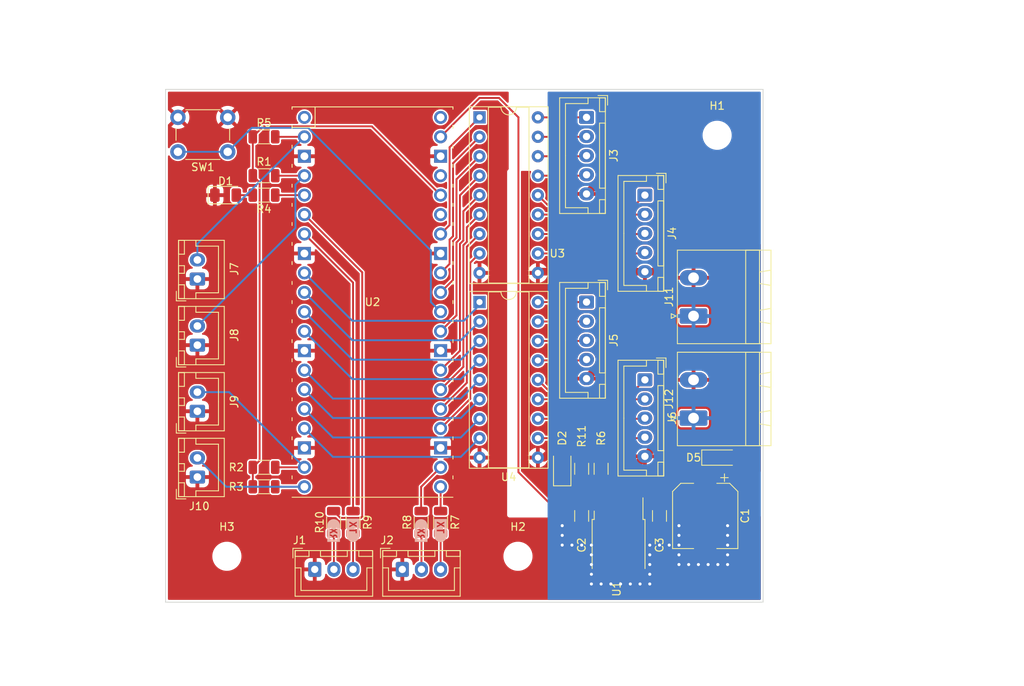
<source format=kicad_pcb>
(kicad_pcb (version 20221018) (generator pcbnew)
  (title_block (comment 4 "AISLER Project ID: WFMUZJKI"))
  (layers (0 "F.Cu" signal) (31 "B.Cu" signal) (34 "B.Paste" user) (35 "F.Paste" user) (36 "B.SilkS" user "B.Silkscreen") (37 "F.SilkS" user "F.Silkscreen") (38 "B.Mask" user) (39 "F.Mask" user) (44 "Edge.Cuts" user))
  (net 0 "")
  (net 1 "+12V")
  (net 2 "GND")
  (net 3 "+5V")
  (net 4 "Net-(D1-A)")
  (net 5 "Net-(D2-A)")
  (net 6 "/MOTOR_A_PHASE_A")
  (net 7 "/MOTOR_A_PHASE_B")
  (net 8 "/MOTOR_A_PHASE_C")
  (net 9 "/MOTOR_A_PHASE_D")
  (net 10 "/MOTOR_B_PHASE_A")
  (net 11 "/MOTOR_B_PHASE_B")
  (net 12 "/MOTOR_B_PHASE_C")
  (net 13 "/MOTOR_B_PHASE_D")
  (net 14 "/MOTOR_C_PHASE_A")
  (net 15 "/MOTOR_C_PHASE_B")
  (net 16 "/MOTOR_C_PHASE_C")
  (net 17 "/MOTOR_C_PHASE_D")
  (net 18 "/MOTOR_D_PHASE_A")
  (net 19 "/MOTOR_D_PHASE_B")
  (net 20 "/MOTOR_D_PHASE_C")
  (net 21 "/MOTOR_D_PHASE_D")
  (net 22 "/UART_RL_RX")
  (net 23 "/UART_RL_TX")
  (net 24 "/UART_LR_RX")
  (net 25 "/LED")
  (net 26 "/MOTOR_A_PHASE_A_P")
  (net 27 "/MOTOR_A_PHASE_B_P")
  (net 28 "/MOTOR_A_PHASE_C_P")
  (net 29 "/SENSOR_A")
  (net 30 "/SENSOR_B")
  (net 31 "/SENSOR_C")
  (net 32 "/SENSOR_D")
  (net 33 "/MOTOR_A_PHASE_D_P")
  (net 34 "/MOTOR_B_PHASE_A_P")
  (net 35 "/MOTOR_B_PHASE_B_P")
  (net 36 "/MOTOR_B_PHASE_C_P")
  (net 37 "/MOTOR_B_PHASE_D_P")
  (net 38 "/MOTOR_C_PHASE_A_P")
  (net 39 "/MOTOR_C_PHASE_B_P")
  (net 40 "/MOTOR_C_PHASE_C_P")
  (net 41 "/MOTOR_C_PHASE_D_P")
  (net 42 "/MOTOR_D_PHASE_A_P")
  (net 43 "/MOTOR_D_PHASE_B_P")
  (net 44 "/MOTOR_D_PHASE_C_P")
  (net 45 "/MOTOR_D_PHASE_D_P")
  (net 46 "Net-(J1-Pin_2)")
  (net 47 "Net-(J1-Pin_3)")
  (net 48 "Net-(J2-Pin_2)")
  (net 49 "Net-(J2-Pin_3)")
  (net 50 "/UART_LR_TX")
  (net 51 "/RUN")
  (net 52 "+3.3V")
  (net 57 "VCC")
  (net 58 "Net-(R11-Pad1)")
  (footprint "Connector_JST:JST_XH_B3B-XH-A_1x03_P2.50mm_Vertical" (layer "F.Cu") (at 72.47 132.715)
    (fp_text reference "J1" (at -1.985 -3.81) (layer "F.SilkS"))
    (fp_text value "UART_RL")
    (pad "1" thru_hole roundrect (at 0 0) (size 1.7 1.95) (drill 0.95) (layers "*.Cu" "*.Mask") (roundrect_rratio 0.1470588235) (net 2 "GND"))
    (pad "2" thru_hole oval (at 2.5 0) (size 1.7 1.95) (drill 0.95) (layers "*.Cu" "*.Mask") (net 46 "Net-(J1-Pin_2)"))
    (pad "3" thru_hole oval (at 5 0) (size 1.7 1.95) (drill 0.95) (layers "*.Cu" "*.Mask") (net 47 "Net-(J1-Pin_3)"))
  )
  (footprint "Connector_JST:JST_XH_B5B-XH-A_1x05_P2.50mm_Vertical" (layer "F.Cu") (at 107.95 97.79 -90)
    (fp_text reference "J5" (at 5 -3.55 90) (layer "F.SilkS"))
    (fp_text value "MOTOR C")
    (pad "1" thru_hole roundrect (at 0 0 270) (size 1.7 1.95) (drill 0.95) (layers "*.Cu" "*.Mask") (roundrect_rratio 0.1470588235) (net 14 "/MOTOR_C_PHASE_A"))
    (pad "2" thru_hole oval (at 2.5 0 270) (size 1.7 1.95) (drill 0.95) (layers "*.Cu" "*.Mask") (net 15 "/MOTOR_C_PHASE_B"))
    (pad "3" thru_hole oval (at 5 0 270) (size 1.7 1.95) (drill 0.95) (layers "*.Cu" "*.Mask") (net 16 "/MOTOR_C_PHASE_C"))
    (pad "4" thru_hole oval (at 7.5 0 270) (size 1.7 1.95) (drill 0.95) (layers "*.Cu" "*.Mask") (net 17 "/MOTOR_C_PHASE_D"))
    (pad "5" thru_hole oval (at 10 0 270) (size 1.7 1.95) (drill 0.95) (layers "*.Cu" "*.Mask") (net 1 "+12V"))
  )
  (footprint "Resistor_SMD:R_1206_3216Metric" (layer "F.Cu") (at 77.47 126.5575 90)
    (fp_text reference "R9" (at 0 1.905 90) (layer "F.SilkS"))
    (fp_text value "470")
    (pad "1" smd roundrect (at -1.4625 0 90) (size 1.125 1.75) (layers "F.Cu" "F.Paste" "F.Mask") (roundrect_rratio 0.2222222222) (net 47 "Net-(J1-Pin_3)"))
    (pad "2" smd roundrect (at 1.4625 0 90) (size 1.125 1.75) (layers "F.Cu" "F.Paste" "F.Mask") (roundrect_rratio 0.2222222222) (net 22 "/UART_RL_RX"))
  )
  (footprint "MountingHole:MountingHole_3.2mm_M3_ISO7380" (layer "F.Cu") (at 125 76)
    (fp_text reference "H1" (at 0 -3.85) (layer "F.SilkS"))
    (fp_text value "MountingHole")
    (pad "" np_thru_hole circle (at 0 0) (size 3.2 3.2) (drill 3.2) (layers "*.Cu" "*.Mask"))
  )
  (footprint "Package_DIP:DIP-18_W7.62mm_Socket" (layer "F.Cu") (at 93.98 97.79)
    (fp_text reference "U4" (at 3.81 22.86) (layer "F.SilkS"))
    (fp_text value "ULN2803A")
    (pad "1" thru_hole rect (at 0 0) (size 1.6 1.6) (drill 0.8) (layers "*.Cu" "*.Mask") (net 38 "/MOTOR_C_PHASE_A_P"))
    (pad "2" thru_hole oval (at 0 2.54) (size 1.6 1.6) (drill 0.8) (layers "*.Cu" "*.Mask") (net 39 "/MOTOR_C_PHASE_B_P"))
    (pad "3" thru_hole oval (at 0 5.08) (size 1.6 1.6) (drill 0.8) (layers "*.Cu" "*.Mask") (net 40 "/MOTOR_C_PHASE_C_P"))
    (pad "4" thru_hole oval (at 0 7.62) (size 1.6 1.6) (drill 0.8) (layers "*.Cu" "*.Mask") (net 41 "/MOTOR_C_PHASE_D_P"))
    (pad "5" thru_hole oval (at 0 10.16) (size 1.6 1.6) (drill 0.8) (layers "*.Cu" "*.Mask") (net 42 "/MOTOR_D_PHASE_A_P"))
    (pad "6" thru_hole oval (at 0 12.7) (size 1.6 1.6) (drill 0.8) (layers "*.Cu" "*.Mask") (net 43 "/MOTOR_D_PHASE_B_P"))
    (pad "7" thru_hole oval (at 0 15.24) (size 1.6 1.6) (drill 0.8) (layers "*.Cu" "*.Mask") (net 44 "/MOTOR_D_PHASE_C_P"))
    (pad "8" thru_hole oval (at 0 17.78) (size 1.6 1.6) (drill 0.8) (layers "*.Cu" "*.Mask") (net 45 "/MOTOR_D_PHASE_D_P"))
    (pad "9" thru_hole oval (at 0 20.32) (size 1.6 1.6) (drill 0.8) (layers "*.Cu" "*.Mask") (net 2 "GND"))
    (pad "10" thru_hole oval (at 7.62 20.32) (size 1.6 1.6) (drill 0.8) (layers "*.Cu" "*.Mask") (net 1 "+12V"))
    (pad "11" thru_hole oval (at 7.62 17.78) (size 1.6 1.6) (drill 0.8) (layers "*.Cu" "*.Mask") (net 21 "/MOTOR_D_PHASE_D"))
    (pad "12" thru_hole oval (at 7.62 15.24) (size 1.6 1.6) (drill 0.8) (layers "*.Cu" "*.Mask") (net 20 "/MOTOR_D_PHASE_C"))
    (pad "13" thru_hole oval (at 7.62 12.7) (size 1.6 1.6) (drill 0.8) (layers "*.Cu" "*.Mask") (net 19 "/MOTOR_D_PHASE_B"))
    (pad "14" thru_hole oval (at 7.62 10.16) (size 1.6 1.6) (drill 0.8) (layers "*.Cu" "*.Mask") (net 18 "/MOTOR_D_PHASE_A"))
    (pad "15" thru_hole oval (at 7.62 7.62) (size 1.6 1.6) (drill 0.8) (layers "*.Cu" "*.Mask") (net 17 "/MOTOR_C_PHASE_D"))
    (pad "16" thru_hole oval (at 7.62 5.08) (size 1.6 1.6) (drill 0.8) (layers "*.Cu" "*.Mask") (net 16 "/MOTOR_C_PHASE_C"))
    (pad "17" thru_hole oval (at 7.62 2.54) (size 1.6 1.6) (drill 0.8) (layers "*.Cu" "*.Mask") (net 15 "/MOTOR_C_PHASE_B"))
    (pad "18" thru_hole oval (at 7.62 0) (size 1.6 1.6) (drill 0.8) (layers "*.Cu" "*.Mask") (net 14 "/MOTOR_C_PHASE_A"))
  )
  (footprint "Connector_JST:JST_XH_B2B-XH-A_1x02_P2.50mm_Vertical" (layer "F.Cu") (at 57.15 112.054 90)
    (fp_text reference "J9" (at 1.25 4.826 90) (layer "F.SilkS"))
    (fp_text value "Sense C")
    (pad "1" thru_hole roundrect (at 0 0 90) (size 1.7 2) (drill 1) (layers "*.Cu" "*.Mask") (roundrect_rratio 0.1470588235) (net 2 "GND"))
    (pad "2" thru_hole oval (at 2.5 0 90) (size 1.7 2) (drill 1) (layers "*.Cu" "*.Mask") (net 31 "/SENSOR_C"))
  )
  (footprint "Connector_Phoenix_MSTB:PhoenixContact_MSTBA_2,5_2-G_1x02_P5.00mm_Horizontal" (layer "F.Cu") (at 121.92 112.95 90)
    (fp_text reference "J12" (at 2.5 -3.2 90) (layer "F.SilkS"))
    (fp_text value "Power")
    (pad "1" thru_hole roundrect (at 0 0 90) (size 2 3.6) (drill 1.4) (layers "*.Cu" "*.Mask") (roundrect_rratio 0.125) (net 2 "GND"))
    (pad "2" thru_hole oval (at 5 0 90) (size 2 3.6) (drill 1.4) (layers "*.Cu" "*.Mask") (net 57 "VCC"))
  )
  (footprint "Capacitor_SMD:C_1206_3216Metric" (layer "F.Cu") (at 107.315 125.73 -90)
    (fp_text reference "C2" (at 3.81 0 90) (layer "F.SilkS"))
    (fp_text value "0.1uF")
    (pad "1" smd roundrect (at -1.475 0 270) (size 1.15 1.8) (layers "F.Cu" "F.Paste" "F.Mask") (roundrect_rratio 0.2173913043) (net 3 "+5V"))
    (pad "2" smd roundrect (at 1.475 0 270) (size 1.15 1.8) (layers "F.Cu" "F.Paste" "F.Mask") (roundrect_rratio 0.2173913043) (net 2 "GND"))
  )
  (footprint "Resistor_SMD:R_1206_3216Metric" (layer "F.Cu") (at 65.8475 121.92)
    (fp_text reference "R3" (at -3.6175 0) (layer "F.SilkS"))
    (fp_text value "47k")
    (pad "1" smd roundrect (at -1.4625 0) (size 1.125 1.75) (layers "F.Cu" "F.Paste" "F.Mask") (roundrect_rratio 0.2222222222) (net 52 "+3.3V"))
    (pad "2" smd roundrect (at 1.4625 0) (size 1.125 1.75) (layers "F.Cu" "F.Paste" "F.Mask") (roundrect_rratio 0.2222222222) (net 32 "/SENSOR_D"))
  )
  (footprint "Resistor_SMD:R_1206_3216Metric" (layer "F.Cu") (at 65.8475 81.28)
    (fp_text reference "R1" (at 0 -1.82) (layer "F.SilkS"))
    (fp_text value "47k")
    (pad "1" smd roundrect (at -1.4625 0) (size 1.125 1.75) (layers "F.Cu" "F.Paste" "F.Mask") (roundrect_rratio 0.2222222222) (net 52 "+3.3V"))
    (pad "2" smd roundrect (at 1.4625 0) (size 1.125 1.75) (layers "F.Cu" "F.Paste" "F.Mask") (roundrect_rratio 0.2222222222) (net 30 "/SENSOR_B"))
  )
  (footprint "Package_DIP:DIP-18_W7.62mm_Socket" (layer "F.Cu") (at 93.98 73.66)
    (fp_text reference "U3" (at 10.16 17.78) (layer "F.SilkS"))
    (fp_text value "ULN2803A")
    (pad "1" thru_hole rect (at 0 0) (size 1.6 1.6) (drill 0.8) (layers "*.Cu" "*.Mask") (net 26 "/MOTOR_A_PHASE_A_P"))
    (pad "2" thru_hole oval (at 0 2.54) (size 1.6 1.6) (drill 0.8) (layers "*.Cu" "*.Mask") (net 27 "/MOTOR_A_PHASE_B_P"))
    (pad "3" thru_hole oval (at 0 5.08) (size 1.6 1.6) (drill 0.8) (layers "*.Cu" "*.Mask") (net 28 "/MOTOR_A_PHASE_C_P"))
    (pad "4" thru_hole oval (at 0 7.62) (size 1.6 1.6) (drill 0.8) (layers "*.Cu" "*.Mask") (net 33 "/MOTOR_A_PHASE_D_P"))
    (pad "5" thru_hole oval (at 0 10.16) (size 1.6 1.6) (drill 0.8) (layers "*.Cu" "*.Mask") (net 34 "/MOTOR_B_PHASE_A_P"))
    (pad "6" thru_hole oval (at 0 12.7) (size 1.6 1.6) (drill 0.8) (layers "*.Cu" "*.Mask") (net 35 "/MOTOR_B_PHASE_B_P"))
    (pad "7" thru_hole oval (at 0 15.24) (size 1.6 1.6) (drill 0.8) (layers "*.Cu" "*.Mask") (net 36 "/MOTOR_B_PHASE_C_P"))
    (pad "8" thru_hole oval (at 0 17.78) (size 1.6 1.6) (drill 0.8) (layers "*.Cu" "*.Mask") (net 37 "/MOTOR_B_PHASE_D_P"))
    (pad "9" thru_hole oval (at 0 20.32) (size 1.6 1.6) (drill 0.8) (layers "*.Cu" "*.Mask") (net 2 "GND"))
    (pad "10" thru_hole oval (at 7.62 20.32) (size 1.6 1.6) (drill 0.8) (layers "*.Cu" "*.Mask") (net 1 "+12V"))
    (pad "11" thru_hole oval (at 7.62 17.78) (size 1.6 1.6) (drill 0.8) (layers "*.Cu" "*.Mask") (net 13 "/MOTOR_B_PHASE_D"))
    (pad "12" thru_hole oval (at 7.62 15.24) (size 1.6 1.6) (drill 0.8) (layers "*.Cu" "*.Mask") (net 12 "/MOTOR_B_PHASE_C"))
    (pad "13" thru_hole oval (at 7.62 12.7) (size 1.6 1.6) (drill 0.8) (layers "*.Cu" "*.Mask") (net 11 "/MOTOR_B_PHASE_B"))
    (pad "14" thru_hole oval (at 7.62 10.16) (size 1.6 1.6) (drill 0.8) (layers "*.Cu" "*.Mask") (net 10 "/MOTOR_B_PHASE_A"))
    (pad "15" thru_hole oval (at 7.62 7.62) (size 1.6 1.6) (drill 0.8) (layers "*.Cu" "*.Mask") (net 9 "/MOTOR_A_PHASE_D"))
    (pad "16" thru_hole oval (at 7.62 5.08) (size 1.6 1.6) (drill 0.8) (layers "*.Cu" "*.Mask") (net 8 "/MOTOR_A_PHASE_C"))
    (pad "17" thru_hole oval (at 7.62 2.54) (size 1.6 1.6) (drill 0.8) (layers "*.Cu" "*.Mask") (net 7 "/MOTOR_A_PHASE_B"))
    (pad "18" thru_hole oval (at 7.62 0) (size 1.6 1.6) (drill 0.8) (layers "*.Cu" "*.Mask") (net 6 "/MOTOR_A_PHASE_A"))
  )
  (footprint "Button_Switch_THT:SW_PUSH_6mm" (layer "F.Cu") (at 61.11 78.16 180)
    (fp_text reference "SW1" (at 3.25 -2) (layer "F.SilkS"))
    (fp_text value "RUN")
    (pad "1" thru_hole circle (at 0 0 270) (size 2 2) (drill 1.1) (layers "*.Cu" "*.Mask") (net 51 "/RUN"))
    (pad "1" thru_hole circle (at 6.5 0 270) (size 2 2) (drill 1.1) (layers "*.Cu" "*.Mask") (net 51 "/RUN"))
    (pad "2" thru_hole circle (at 0 4.5 270) (size 2 2) (drill 1.1) (layers "*.Cu" "*.Mask") (net 2 "GND"))
    (pad "2" thru_hole circle (at 6.5 4.5 270) (size 2 2) (drill 1.1) (layers "*.Cu" "*.Mask") (net 2 "GND"))
  )
  (footprint "Connector_JST:JST_XH_B2B-XH-A_1x02_P2.50mm_Vertical" (layer "F.Cu") (at 57.15 94.782 90)
    (fp_text reference "J7" (at 1.31 4.826 90) (layer "F.SilkS"))
    (fp_text value "Sense A")
    (pad "1" thru_hole roundrect (at 0 0 90) (size 1.7 2) (drill 1) (layers "*.Cu" "*.Mask") (roundrect_rratio 0.1470588235) (net 2 "GND"))
    (pad "2" thru_hole oval (at 2.5 0 90) (size 1.7 2) (drill 1) (layers "*.Cu" "*.Mask") (net 29 "/SENSOR_A"))
  )
  (footprint "Connector_JST:JST_XH_B5B-XH-A_1x05_P2.50mm_Vertical" (layer "F.Cu") (at 115.57 107.95 -90)
    (fp_text reference "J6" (at 5 -3.55 90) (layer "F.SilkS"))
    (fp_text value "MOTOR D")
    (pad "1" thru_hole roundrect (at 0 0 270) (size 1.7 1.95) (drill 0.95) (layers "*.Cu" "*.Mask") (roundrect_rratio 0.1470588235) (net 18 "/MOTOR_D_PHASE_A"))
    (pad "2" thru_hole oval (at 2.5 0 270) (size 1.7 1.95) (drill 0.95) (layers "*.Cu" "*.Mask") (net 19 "/MOTOR_D_PHASE_B"))
    (pad "3" thru_hole oval (at 5 0 270) (size 1.7 1.95) (drill 0.95) (layers "*.Cu" "*.Mask") (net 20 "/MOTOR_D_PHASE_C"))
    (pad "4" thru_hole oval (at 7.5 0 270) (size 1.7 1.95) (drill 0.95) (layers "*.Cu" "*.Mask") (net 21 "/MOTOR_D_PHASE_D"))
    (pad "5" thru_hole oval (at 10 0 270) (size 1.7 1.95) (drill 0.95) (layers "*.Cu" "*.Mask") (net 1 "+12V"))
  )
  (footprint "MountingHole:MountingHole_3.2mm_M3_ISO7380" (layer "F.Cu") (at 61 131)
    (fp_text reference "H3" (at 0 -3.85) (layer "F.SilkS"))
    (fp_text value "MountingHole")
    (pad "" np_thru_hole circle (at 0 0) (size 3.2 3.2) (drill 3.2) (layers "*.Cu" "*.Mask"))
  )
  (footprint "Diode_SMD:D_SOD-123" (layer "F.Cu") (at 125.35 118.11)
    (fp_text reference "D5" (at -3.43 0) (layer "F.SilkS"))
    (fp_text value "B5819W")
    (pad "1" smd roundrect (at -1.65 0) (size 0.9 1.2) (layers "F.Cu" "F.Paste" "F.Mask") (net 1 "+12V"))
    (pad "2" smd roundrect (at 1.65 0) (size 0.9 1.2) (layers "F.Cu" "F.Paste" "F.Mask") (net 57 "VCC"))
  )
  (footprint "Connector_JST:JST_XH_B5B-XH-A_1x05_P2.50mm_Vertical" (layer "F.Cu") (at 115.57 83.82 -90)
    (fp_text reference "J4" (at 5 -3.55 90) (layer "F.SilkS"))
    (fp_text value "MOTOR B")
    (pad "1" thru_hole roundrect (at 0 0 270) (size 1.7 1.95) (drill 0.95) (layers "*.Cu" "*.Mask") (roundrect_rratio 0.1470588235) (net 10 "/MOTOR_B_PHASE_A"))
    (pad "2" thru_hole oval (at 2.5 0 270) (size 1.7 1.95) (drill 0.95) (layers "*.Cu" "*.Mask") (net 11 "/MOTOR_B_PHASE_B"))
    (pad "3" thru_hole oval (at 5 0 270) (size 1.7 1.95) (drill 0.95) (layers "*.Cu" "*.Mask") (net 12 "/MOTOR_B_PHASE_C"))
    (pad "4" thru_hole oval (at 7.5 0 270) (size 1.7 1.95) (drill 0.95) (layers "*.Cu" "*.Mask") (net 13 "/MOTOR_B_PHASE_D"))
    (pad "5" thru_hole oval (at 10 0 270) (size 1.7 1.95) (drill 0.95) (layers "*.Cu" "*.Mask") (net 1 "+12V"))
  )
  (footprint "Resistor_SMD:R_1206_3216Metric" (layer "F.Cu") (at 109.855 119.5725 -90)
    (fp_text reference "R6" (at -4.0025 0 90) (layer "F.SilkS"))
    (fp_text value "1.2k")
    (pad "1" smd roundrect (at -1.4625 0 270) (size 1.125 1.75) (layers "F.Cu" "F.Paste" "F.Mask") (roundrect_rratio 0.2222222222) (net 1 "+12V"))
    (pad "2" smd roundrect (at 1.4625 0 270) (size 1.125 1.75) (layers "F.Cu" "F.Paste" "F.Mask") (roundrect_rratio 0.2222222222) (net 58 "Net-(R11-Pad1)"))
  )
  (footprint "Connector_JST:JST_XH_B2B-XH-A_1x02_P2.50mm_Vertical" (layer "F.Cu") (at 57.15 120.65 90)
    (fp_text reference "J10" (at -3.81 0.254 180) (layer "F.SilkS"))
    (fp_text value "Sense D")
    (pad "1" thru_hole roundrect (at 0 0 90) (size 1.7 2) (drill 1) (layers "*.Cu" "*.Mask") (roundrect_rratio 0.1470588235) (net 2 "GND"))
    (pad "2" thru_hole oval (at 2.5 0 90) (size 1.7 2) (drill 1) (layers "*.Cu" "*.Mask") (net 32 "/SENSOR_D"))
  )
  (footprint "Resistor_SMD:R_1206_3216Metric" (layer "F.Cu") (at 88.9 126.5575 90)
    (fp_text reference "R7" (at 0 1.905 90) (layer "F.SilkS"))
    (fp_text value "470")
    (pad "1" smd roundrect (at -1.4625 0 90) (size 1.125 1.75) (layers "F.Cu" "F.Paste" "F.Mask") (roundrect_rratio 0.2222222222) (net 49 "Net-(J2-Pin_3)"))
    (pad "2" smd roundrect (at 1.4625 0 90) (size 1.125 1.75) (layers "F.Cu" "F.Paste" "F.Mask") (roundrect_rratio 0.2222222222) (net 50 "/UART_LR_TX"))
  )
  (footprint "Package_TO_SOT_SMD:TO-252-2" (layer "F.Cu") (at 112.135 129.5 -90)
    (fp_text reference "U1" (at 5.764 0.254 90) (layer "F.SilkS"))
    (fp_text value "MC7805BDTG")
    (pad "1" smd roundrect (at -5.04 -2.28 270) (size 2.2 1.2) (layers "F.Cu" "F.Paste" "F.Mask") (roundrect_rratio 0.2083333333) (net 1 "+12V"))
    (pad "2" smd roundrect (at -0.415 -1.525 270) (size 3.05 2.75) (layers "F.Cu" "F.Paste") (roundrect_rratio 0.09090909091) (net 2 "GND"))
    (pad "2" smd roundrect (at -0.415 1.525 270) (size 3.05 2.75) (layers "F.Cu" "F.Paste") (roundrect_rratio 0.09090909091) (net 2 "GND"))
    (pad "2" smd roundrect (at 1.26 0 270) (size 6.4 5.8) (layers "F.Cu" "F.Mask") (roundrect_rratio 0.04310293103) (net 2 "GND"))
    (pad "2" smd roundrect (at 2.935 -1.525 270) (size 3.05 2.75) (layers "F.Cu" "F.Paste") (roundrect_rratio 0.09090909091) (net 2 "GND"))
    (pad "2" smd roundrect (at 2.935 1.525 270) (size 3.05 2.75) (layers "F.Cu" "F.Paste") (roundrect_rratio 0.09090909091) (net 2 "GND"))
    (pad "3" smd roundrect (at -5.04 2.28 270) (size 2.2 1.2) (layers "F.Cu" "F.Paste" "F.Mask") (roundrect_rratio 0.2083333333) (net 3 "+5V"))
  )
  (footprint "Resistor_SMD:R_1206_3216Metric" (layer "F.Cu") (at 65.8475 76.2)
    (fp_text reference "R5" (at 0 -1.82) (layer "F.SilkS"))
    (fp_text value "47k")
    (pad "1" smd roundrect (at -1.4625 0) (size 1.125 1.75) (layers "F.Cu" "F.Paste" "F.Mask") (roundrect_rratio 0.2222222222) (net 52 "+3.3V"))
    (pad "2" smd roundrect (at 1.4625 0) (size 1.125 1.75) (layers "F.Cu" "F.Paste" "F.Mask") (roundrect_rratio 0.2222222222) (net 29 "/SENSOR_A"))
  )
  (footprint "Resistor_SMD:R_1206_3216Metric" (layer "F.Cu") (at 107.315 119.5725 90)
    (fp_text reference "R11" (at 4.2525 0 90) (layer "F.SilkS"))
    (fp_text value "1.2k")
    (pad "1" smd roundrect (at -1.4625 0 90) (size 1.125 1.75) (layers "F.Cu" "F.Paste" "F.Mask") (roundrect_rratio 0.2222222222) (net 58 "Net-(R11-Pad1)"))
    (pad "2" smd roundrect (at 1.4625 0 90) (size 1.125 1.75) (layers "F.Cu" "F.Paste" "F.Mask") (roundrect_rratio 0.2222222222) (net 5 "Net-(D2-A)"))
  )
  (footprint "Connector_JST:JST_XH_B2B-XH-A_1x02_P2.50mm_Vertical" (layer "F.Cu") (at 57.15 103.418 90)
    (fp_text reference "J8" (at 1.31 4.826 90) (layer "F.SilkS"))
    (fp_text value "Sense B")
    (pad "1" thru_hole roundrect (at 0 0 90) (size 1.7 2) (drill 1) (layers "*.Cu" "*.Mask") (roundrect_rratio 0.1470588235) (net 2 "GND"))
    (pad "2" thru_hole oval (at 2.5 0 90) (size 1.7 2) (drill 1) (layers "*.Cu" "*.Mask") (net 30 "/SENSOR_B"))
  )
  (footprint "LED_SMD:LED_1206_3216Metric" (layer "F.Cu") (at 104.775 119.51 90)
    (fp_text reference "D2" (at 3.94 0 90) (layer "F.SilkS"))
    (fp_text value "LED")
    (pad "1" smd roundrect (at -1.4 0 90) (size 1.25 1.75) (layers "F.Cu" "F.Paste" "F.Mask") (roundrect_rratio 0.2) (net 2 "GND"))
    (pad "2" smd roundrect (at 1.4 0 90) (size 1.25 1.75) (layers "F.Cu" "F.Paste" "F.Mask") (roundrect_rratio 0.2) (net 5 "Net-(D2-A)"))
  )
  (footprint "Connector_JST:JST_XH_B3B-XH-A_1x03_P2.50mm_Vertical" (layer "F.Cu") (at 83.9 132.715)
    (fp_text reference "J2" (at -1.985 -3.81) (layer "F.SilkS"))
    (fp_text value "UART_LR")
    (pad "1" thru_hole roundrect (at 0 0) (size 1.7 1.95) (drill 0.95) (layers "*.Cu" "*.Mask") (roundrect_rratio 0.1470588235) (net 2 "GND"))
    (pad "2" thru_hole oval (at 2.5 0) (size 1.7 1.95) (drill 0.95) (layers "*.Cu" "*.Mask") (net 48 "Net-(J2-Pin_2)"))
    (pad "3" thru_hole oval (at 5 0) (size 1.7 1.95) (drill 0.95) (layers "*.Cu" "*.Mask") (net 49 "Net-(J2-Pin_3)"))
  )
  (footprint "Library:RPi_PicoW_SMD_TH" (layer "F.Cu") (at 80.01 97.79)
    (fp_text reference "U2" (at 0 0) (layer "F.SilkS"))
    (fp_text value "PicoW")
    (pad "1" thru_hole oval (at -8.89 -24.13) (size 1.7 1.7) (drill 1.02) (layers "*.Cu" "*.Mask"))
    (pad "2" thru_hole oval (at -8.89 -21.59) (size 1.7 1.7) (drill 1.02) (layers "*.Cu" "*.Mask") (net 29 "/SENSOR_A"))
    (pad "3" thru_hole rect (at -8.89 -19.05) (size 1.7 1.7) (drill 1.02) (layers "*.Cu" "*.Mask") (net 2 "GND"))
    (pad "4" thru_hole oval (at -8.89 -16.51) (size 1.7 1.7) (drill 1.02) (layers "*.Cu" "*.Mask") (net 30 "/SENSOR_B"))
    (pad "5" thru_hole oval (at -8.89 -13.97) (size 1.7 1.7) (drill 1.02) (layers "*.Cu" "*.Mask") (net 25 "/LED"))
    (pad "6" thru_hole oval (at -8.89 -11.43) (size 1.7 1.7) (drill 1.02) (layers "*.Cu" "*.Mask") (net 23 "/UART_RL_TX"))
    (pad "7" thru_hole oval (at -8.89 -8.89) (size 1.7 1.7) (drill 1.02) (layers "*.Cu" "*.Mask") (net 22 "/UART_RL_RX"))
    (pad "8" thru_hole rect (at -8.89 -6.35) (size 1.7 1.7) (drill 1.02) (layers "*.Cu" "*.Mask") (net 2 "GND"))
    (pad "9" thru_hole oval (at -8.89 -3.81) (size 1.7 1.7) (drill 1.02) (layers "*.Cu" "*.Mask") (net 38 "/MOTOR_C_PHASE_A_P"))
    (pad "10" thru_hole oval (at -8.89 -1.27) (size 1.7 1.7) (drill 1.02) (layers "*.Cu" "*.Mask") (net 39 "/MOTOR_C_PHASE_B_P"))
    (pad "11" thru_hole oval (at -8.89 1.27) (size 1.7 1.7) (drill 1.02) (layers "*.Cu" "*.Mask") (net 40 "/MOTOR_C_PHASE_C_P"))
    (pad "12" thru_hole oval (at -8.89 3.81) (size 1.7 1.7) (drill 1.02) (layers "*.Cu" "*.Mask") (net 41 "/MOTOR_C_PHASE_D_P"))
    (pad "13" thru_hole rect (at -8.89 6.35) (size 1.7 1.7) (drill 1.02) (layers "*.Cu" "*.Mask") (net 2 "GND"))
    (pad "14" thru_hole oval (at -8.89 8.89) (size 1.7 1.7) (drill 1.02) (layers "*.Cu" "*.Mask") (net 42 "/MOTOR_D_PHASE_A_P"))
    (pad "15" thru_hole oval (at -8.89 11.43) (size 1.7 1.7) (drill 1.02) (layers "*.Cu" "*.Mask") (net 43 "/MOTOR_D_PHASE_B_P"))
    (pad "16" thru_hole oval (at -8.89 13.97) (size 1.7 1.7) (drill 1.02) (layers "*.Cu" "*.Mask") (net 44 "/MOTOR_D_PHASE_C_P"))
    (pad "17" thru_hole oval (at -8.89 16.51) (size 1.7 1.7) (drill 1.02) (layers "*.Cu" "*.Mask") (net 45 "/MOTOR_D_PHASE_D_P"))
    (pad "18" thru_hole rect (at -8.89 19.05) (size 1.7 1.7) (drill 1.02) (layers "*.Cu" "*.Mask") (net 2 "GND"))
    (pad "19" thru_hole oval (at -8.89 21.59) (size 1.7 1.7) (drill 1.02) (layers "*.Cu" "*.Mask") (net 31 "/SENSOR_C"))
    (pad "20" thru_hole oval (at -8.89 24.13) (size 1.7 1.7) (drill 1.02) (layers "*.Cu" "*.Mask") (net 32 "/SENSOR_D"))
    (pad "21" thru_hole oval (at 8.89 24.13) (size 1.7 1.7) (drill 1.02) (layers "*.Cu" "*.Mask") (net 50 "/UART_LR_TX"))
    (pad "22" thru_hole oval (at 8.89 21.59) (size 1.7 1.7) (drill 1.02) (layers "*.Cu" "*.Mask") (net 24 "/UART_LR_RX"))
    (pad "23" thru_hole rect (at 8.89 19.05) (size 1.7 1.7) (drill 1.02) (layers "*.Cu" "*.Mask") (net 2 "GND"))
    (pad "24" thru_hole oval (at 8.89 16.51) (size 1.7 1.7) (drill 1.02) (layers "*.Cu" "*.Mask") (net 37 "/MOTOR_B_PHASE_D_P"))
    (pad "25" thru_hole oval (at 8.89 13.97) (size 1.7 1.7) (drill 1.02) (layers "*.Cu" "*.Mask") (net 36 "/MOTOR_B_PHASE_C_P"))
    (pad "26" thru_hole oval (at 8.89 11.43) (size 1.7 1.7) (drill 1.02) (layers "*.Cu" "*.Mask") (net 35 "/MOTOR_B_PHASE_B_P"))
    (pad "27" thru_hole oval (at 8.89 8.89) (size 1.7 1.7) (drill 1.02) (layers "*.Cu" "*.Mask") (net 34 "/MOTOR_B_PHASE_A_P"))
    (pad "28" thru_hole rect (at 8.89 6.35) (size 1.7 1.7) (drill 1.02) (layers "*.Cu" "*.Mask") (net 2 "GND"))
    (pad "29" thru_hole oval (at 8.89 3.81) (size 1.7 1.7) (drill 1.02) (layers "*.Cu" "*.Mask") (net 33 "/MOTOR_A_PHASE_D_P"))
    (pad "30" thru_hole oval (at 8.89 1.27) (size 1.7 1.7) (drill 1.02) (layers "*.Cu" "*.Mask") (net 51 "/RUN"))
    (pad "31" thru_hole oval (at 8.89 -1.27) (size 1.7 1.7) (drill 1.02) (layers "*.Cu" "*.Mask") (net 28 "/MOTOR_A_PHASE_C_P"))
    (pad "32" thru_hole oval (at 8.89 -3.81) (size 1.7 1.7) (drill 1.02) (layers "*.Cu" "*.Mask") (net 27 "/MOTOR_A_PHASE_B_P"))
    (pad "33" thru_hole rect (at 8.89 -6.35) (size 1.7 1.7) (drill 1.02) (layers "*.Cu" "*.Mask") (net 2 "GND"))
    (pad "34" thru_hole oval (at 8.89 -8.89) (size 1.7 1.7) (drill 1.02) (layers "*.Cu" "*.Mask") (net 26 "/MOTOR_A_PHASE_A_P"))
    (pad "35" thru_hole oval (at 8.89 -11.43) (size 1.7 1.7) (drill 1.02) (layers "*.Cu" "*.Mask"))
    (pad "36" thru_hole oval (at 8.89 -13.97) (size 1.7 1.7) (drill 1.02) (layers "*.Cu" "*.Mask") (net 52 "+3.3V"))
    (pad "37" thru_hole oval (at 8.89 -16.51) (size 1.7 1.7) (drill 1.02) (layers "*.Cu" "*.Mask"))
    (pad "38" thru_hole rect (at 8.89 -19.05) (size 1.7 1.7) (drill 1.02) (layers "*.Cu" "*.Mask") (net 2 "GND"))
    (pad "39" thru_hole oval (at 8.89 -21.59) (size 1.7 1.7) (drill 1.02) (layers "*.Cu" "*.Mask") (net 3 "+5V"))
    (pad "40" thru_hole oval (at 8.89 -24.13) (size 1.7 1.7) (drill 1.02) (layers "*.Cu" "*.Mask"))
  )
  (footprint "Connector_Phoenix_MSTB:PhoenixContact_MSTBA_2,5_2-G_1x02_P5.00mm_Horizontal" (layer "F.Cu") (at 121.92 99.615 90)
    (fp_text reference "J11" (at 2.5 -3.2 90) (layer "F.SilkS"))
    (fp_text value "Power")
    (pad "1" thru_hole roundrect (at 0 0 90) (size 2 3.6) (drill 1.4) (layers "*.Cu" "*.Mask") (roundrect_rratio 0.125) (net 2 "GND"))
    (pad "2" thru_hole oval (at 5 0 90) (size 2 3.6) (drill 1.4) (layers "*.Cu" "*.Mask") (net 57 "VCC"))
  )
  (footprint "LED_SMD:LED_1206_3216Metric" (layer "F.Cu") (at 60.83 83.82)
    (fp_text reference "D1" (at 0 -1.82) (layer "F.SilkS"))
    (fp_text value "LED")
    (pad "1" smd roundrect (at -1.4 0) (size 1.25 1.75) (layers "F.Cu" "F.Paste" "F.Mask") (roundrect_rratio 0.2) (net 2 "GND"))
    (pad "2" smd roundrect (at 1.4 0) (size 1.25 1.75) (layers "F.Cu" "F.Paste" "F.Mask") (roundrect_rratio 0.2) (net 4 "Net-(D1-A)"))
  )
  (footprint "Capacitor_SMD:CP_Elec_8x10" (layer "F.Cu") (at 123.444 125.73 -90)
    (fp_text reference "C1" (at 0 -5.2 90) (layer "F.SilkS"))
    (fp_text value "100uF")
    (pad "1" smd roundrect (at -3.25 0 270) (size 3.5 2.5) (layers "F.Cu" "F.Paste" "F.Mask") (roundrect_rratio 0.1) (net 1 "+12V"))
    (pad "2" smd roundrect (at 3.25 0 270) (size 3.5 2.5) (layers "F.Cu" "F.Paste" "F.Mask") (roundrect_rratio 0.1) (net 2 "GND"))
  )
  (footprint "Resistor_SMD:R_1206_3216Metric" (layer "F.Cu") (at 74.93 126.5575 90)
    (fp_text reference "R10" (at 0 -1.82 90) (layer "F.SilkS"))
    (fp_text value "470")
    (pad "1" smd roundrect (at -1.4625 0 90) (size 1.125 1.75) (layers "F.Cu" "F.Paste" "F.Mask") (roundrect_rratio 0.2222222222) (net 46 "Net-(J1-Pin_2)"))
    (pad "2" smd roundrect (at 1.4625 0 90) (size 1.125 1.75) (layers "F.Cu" "F.Paste" "F.Mask") (roundrect_rratio 0.2222222222) (net 23 "/UART_RL_TX"))
  )
  (footprint "MountingHole:MountingHole_3.2mm_M3_ISO7380" (layer "F.Cu") (at 99 131)
    (fp_text reference "H2" (at 0 -3.85) (layer "F.SilkS"))
    (fp_text value "MountingHole")
    (pad "" np_thru_hole circle (at 0 0) (size 3.2 3.2) (drill 3.2) (layers "*.Cu" "*.Mask"))
  )
  (footprint "Resistor_SMD:R_1206_3216Metric" (layer "F.Cu") (at 65.8475 119.38)
    (fp_text reference "R2" (at -3.6175 0) (layer "F.SilkS"))
    (fp_text value "47k")
    (pad "1" smd roundrect (at -1.4625 0) (size 1.125 1.75) (layers "F.Cu" "F.Paste" "F.Mask") (roundrect_rratio 0.2222222222) (net 52 "+3.3V"))
    (pad "2" smd roundrect (at 1.4625 0) (size 1.125 1.75) (layers "F.Cu" "F.Paste" "F.Mask") (roundrect_rratio 0.2222222222) (net 31 "/SENSOR_C"))
  )
  (footprint "Connector_JST:JST_XH_B5B-XH-A_1x05_P2.50mm_Vertical" (layer "F.Cu") (at 107.95 73.66 -90)
    (fp_text reference "J3" (at 5 -3.55 90) (layer "F.SilkS"))
    (fp_text value "MOTOR A")
    (pad "1" thru_hole roundrect (at 0 0 270) (size 1.7 1.95) (drill 0.95) (layers "*.Cu" "*.Mask") (roundrect_rratio 0.1470588235) (net 6 "/MOTOR_A_PHASE_A"))
    (pad "2" thru_hole oval (at 2.5 0 270) (size 1.7 1.95) (drill 0.95) (layers "*.Cu" "*.Mask") (net 7 "/MOTOR_A_PHASE_B"))
    (pad "3" thru_hole oval (at 5 0 270) (size 1.7 1.95) (drill 0.95) (layers "*.Cu" "*.Mask") (net 8 "/MOTOR_A_PHASE_C"))
    (pad "4" thru_hole oval (at 7.5 0 270) (size 1.7 1.95) (drill 0.95) (layers "*.Cu" "*.Mask") (net 9 "/MOTOR_A_PHASE_D"))
    (pad "5" thru_hole oval (at 10 0 270) (size 1.7 1.95) (drill 0.95) (layers "*.Cu" "*.Mask") (net 1 "+12V"))
  )
  (footprint "Resistor_SMD:R_1206_3216Metric" (layer "F.Cu") (at 65.8475 83.82 180)
    (fp_text reference "R4" (at 0 -1.82) (layer "F.SilkS"))
    (fp_text value "1.2k")
    (pad "1" smd roundrect (at -1.4625 0 180) (size 1.125 1.75) (layers "F.Cu" "F.Paste" "F.Mask") (roundrect_rratio 0.2222222222) (net 25 "/LED"))
    (pad "2" smd roundrect (at 1.4625 0 180) (size 1.125 1.75) (layers "F.Cu" "F.Paste" "F.Mask") (roundrect_rratio 0.2222222222) (net 4 "Net-(D1-A)"))
  )
  (footprint "Capacitor_SMD:C_1206_3216Metric" (layer "F.Cu") (at 117.475 125.73 -90)
    (fp_text reference "C3" (at 3.81 0 90) (layer "F.SilkS"))
    (fp_text value "0.1uF")
    (pad "1" smd roundrect (at -1.475 0 270) (size 1.15 1.8) (layers "F.Cu" "F.Paste" "F.Mask") (roundrect_rratio 0.2173913043) (net 1 "+12V"))
    (pad "2" smd roundrect (at 1.475 0 270) (size 1.15 1.8) (layers "F.Cu" "F.Paste" "F.Mask") (roundrect_rratio 0.2173913043) (net 2 "GND"))
  )
  (footprint "Resistor_SMD:R_1206_3216Metric" (layer "F.Cu") (at 86.36 126.5575 90)
    (fp_text reference "R8" (at 0 -1.82 90) (layer "F.SilkS"))
    (fp_text value "470")
    (pad "1" smd roundrect (at -1.4625 0 90) (size 1.125 1.75) (layers "F.Cu" "F.Paste" "F.Mask") (roundrect_rratio 0.2222222222) (net 48 "Net-(J2-Pin_2)"))
    (pad "2" smd roundrect (at 1.4625 0 90) (size 1.125 1.75) (layers "F.Cu" "F.Paste" "F.Mask") (roundrect_rratio 0.2222222222) (net 24 "/UART_LR_RX"))
  )
  (footprint "kibuzzard-64922CB7" (layer "B.Cu") (at 86.36 127.635 90)
    (fp_text reference "kibuzzard-64922CB7" hide)
    (fp_text value "G***" hide)
  )
  (footprint "kibuzzard-64922CEC" (layer "B.Cu") (at 88.9 127.635 90)
    (fp_text reference "kibuzzard-64922CEC" hide)
    (fp_text value "G***" hide)
  )
  (footprint "kibuzzard-64922CEC" (layer "B.Cu") (at 77.47 127.635 90)
    (fp_text reference "kibuzzard-64922CEC" hide)
    (fp_text value "G***" hide)
  )
  (footprint "kibuzzard-64922CB7" (layer "B.Cu") (at 74.93 127.635 90)
    (fp_text reference "kibuzzard-64922CB7" hide)
    (fp_text value "G***" hide)
  )
  (gr_line (start 131 70) (end 53 70) (stroke (width 0.1)) (layer "Edge.Cuts"))
  (gr_line (start 131 137) (end 131 70) (stroke (width 0.1)) (layer "Edge.Cuts"))
  (gr_line (start 53 70) (end 53 137) (stroke (width 0.1)) (layer "Edge.Cuts"))
  (gr_line (start 53 137) (end 131 137) (stroke (width 0.1)) (layer "Edge.Cuts"))
  (segment (start 114.415 124.46) (end 117.27 124.46) (width 1) (layer "F.Cu") (net 1))
  (segment (start 117.245 106.68) (end 117.245 93.98) (width 1) (layer "F.Cu") (net 1))
  (segment (start 115.57 93.82) (end 101.76 93.82) (width 1) (layer "F.Cu") (net 1))
  (segment (start 113.42 118.11) (end 114.415 119.105) (width 1) (layer "F.Cu") (net 1))
  (segment (start 107.95 107.79) (end 109.34 106.4) (width 1) (layer "F.Cu") (net 1))
  (segment (start 123.444 118.366) (end 123.7 118.11) (width 1) (layer "F.Cu") (net 1))
  (segment (start 123.444 122.48) (end 119.25 122.48) (width 1) (layer "F.Cu") (net 1))
  (segment (start 117.27 124.46) (end 117.475 124.255) (width 1) (layer "F.Cu") (net 1))
  (segment (start 114.415 124.46) (end 114.415 119.105) (width 1) (layer "F.Cu") (net 1))
  (segment (start 116.965 106.4) (end 117.245 106.68) (width 1) (layer "F.Cu") (net 1))
  (segment (start 116.688503 82.27) (end 109.34 82.27) (width 1) (layer "F.Cu") (net 1))
  (segment (start 123.444 122.48) (end 123.444 118.366) (width 1) (layer "F.Cu") (net 1))
  (segment (start 103.756496 116.785) (end 108.53 116.785) (width 1) (layer "F.Cu") (net 1))
  (segment (start 109.855 118.11) (end 113.42 118.11) (width 1) (layer "F.Cu") (net 1))
  (segment (start 115.57 117.95) (end 117.245 116.275) (width 1) (layer "F.Cu") (net 1))
  (segment (start 119.25 122.48) (end 117.475 124.255) (width 1) (layer "F.Cu") (net 1))
  (segment (start 117.245 82.826497) (end 116.688503 82.27) (width 1) (layer "F.Cu") (net 1))
  (segment (start 109.34 82.27) (end 107.95 83.66) (width 1) (layer "F.Cu") (net 1))
  (segment (start 117.245 116.275) (end 117.245 106.68) (width 1) (layer "F.Cu") (net 1))
  (segment (start 117.245 93.98) (end 117.245 82.826497) (width 1) (layer "F.Cu") (net 1))
  (segment (start 101.6 118.11) (end 102.431497 118.11) (width 1) (layer "F.Cu") (net 1))
  (segment (start 101.76 93.82) (end 101.6 93.98) (width 1) (layer "F.Cu") (net 1))
  (segment (start 114.415 119.105) (end 115.57 117.95) (width 1) (layer "F.Cu") (net 1))
  (segment (start 108.53 116.785) (end 109.855 118.11) (width 1) (layer "F.Cu") (net 1))
  (segment (start 102.431497 118.11) (end 103.756496 116.785) (width 1) (layer "F.Cu") (net 1))
  (segment (start 115.57 93.82) (end 117.085 93.82) (width 1) (layer "F.Cu") (net 1))
  (segment (start 117.085 93.82) (end 117.245 93.98) (width 1) (layer "F.Cu") (net 1))
  (segment (start 109.34 106.4) (end 116.965 106.4) (width 1) (layer "F.Cu") (net 1))
  (segment (start 88.9 91.44) (end 86.36 91.44) (width 0.25) (layer "F.Cu") (net 2))
  (segment (start 111.125 122.555) (end 112.395 123.825) (width 0.25) (layer "F.Cu") (net 2))
  (segment (start 111.76 130.385) (end 112.135 130.76) (width 0.25) (layer "F.Cu") (net 2))
  (segment (start 112.395 123.825) (end 112.395 127.82) (width 0.25) (layer "F.Cu") (net 2))
  (segment (start 88.9 104.14) (end 86.36 104.14) (width 0.25) (layer "F.Cu") (net 2))
  (segment (start 106.42 122.555) (end 111.125 122.555) (width 0.25) (layer "F.Cu") (net 2))
  (segment (start 123.444 128.98) (end 123.443999 128.980001) (width 0.25) (layer "F.Cu") (net 2))
  (segment (start 112.395 127.82) (end 113.66 129.085) (width 0.25) (layer "F.Cu") (net 2))
  (segment (start 104.775 120.91) (end 106.42 122.555) (width 0.25) (layer "F.Cu") (net 2))
  (segment (start 87.63 78.74) (end 86.36 77.47) (width 0.25) (layer "F.Cu") (net 2))
  (segment (start 88.9 78.74) (end 87.63 78.74) (width 0.25) (layer "F.Cu") (net 2))
  (via (at 111.125 134.62) (size 1) (drill 0.4) (layers "F.Cu" "B.Cu") (net 2))
  (via (at 126.365 127) (size 1) (drill 0.4) (layers "F.Cu" "B.Cu") (net 2))
  (via (at 116.205 130.81) (size 1) (drill 0.4) (layers "F.Cu" "B.Cu") (net 2))
  (via (at 126.365 128.27) (size 1) (drill 0.4) (layers "F.Cu" "B.Cu") (net 2))
  (via (at 109.855 134.62) (size 1) (drill 0.4) (layers "F.Cu" "B.Cu") (net 2))
  (via (at 125.095 132.08) (size 1) (drill 0.4) (layers "F.Cu" "B.Cu") (net 2))
  (via (at 116.205 133.35) (size 1) (drill 0.4) (layers "F.Cu" "B.Cu") (net 2))
  (via (at 116.205 134.62) (size 1) (drill 0.4) (layers "F.Cu" "B.Cu") (net 2))
  (via (at 121.285 132.08) (size 1) (drill 0.4) (layers "F.Cu" "B.Cu") (net 2))
  (via (at 108.585 132.08) (size 1) (drill 0.4) (layers "F.Cu" "B.Cu") (net 2))
  (via (at 108.585 130.81) (size 1) (drill 0.4) (layers "F.Cu" "B.Cu") (net 2))
  (via (at 126.365 130.81) (size 1) (drill 0.4) (layers "F.Cu" "B.Cu") (net 2))
  (via (at 104.775 128.27) (size 1) (drill 0.4) (layers "F.Cu" "B.Cu") (net 2))
  (via (at 108.585 134.62) (size 1) (drill 0.4) (layers "F.Cu" "B.Cu") (net 2))
  (via (at 126.365 132.08) (size 1) (drill 0.4) (layers "F.Cu" "B.Cu") (net 2))
  (via (at 116.205 132.08) (size 1) (drill 0.4) (layers "F.Cu" "B.Cu") (net 2))
  (via (at 120.015 132.08) (size 1) (drill 0.4) (layers "F.Cu" "B.Cu") (net 2))
  (via (at 120.015 128.27) (size 1) (drill 0.4) (layers "F.Cu" "B.Cu") (net 2))
  (via (at 104.775 129.54) (size 1) (drill 0.4) (layers "F.Cu" "B.Cu") (net 2))
  (via (at 112.395 134.62) (size 1) (drill 0.4) (layers "F.Cu" "B.Cu") (net 2))
  (via (at 114.935 134.62) (size 1) (drill 0.4) (layers "F.Cu" "B.Cu") (net 2))
  (via (at 107.315 129.54) (size 1) (drill 0.4) (layers "F.Cu" "B.Cu") (net 2))
  (via (at 117.475 129.54) (size 1) (drill 0.4) (layers "F.Cu" "B.Cu") (net 2))
  (via (at 106.045 129.54) (size 1) (drill 0.4) (layers "F.Cu" "B.Cu") (net 2))
  (via (at 104.775 127) (size 1) (drill 0.4) (layers "F.Cu" "B.Cu") (net 2))
  (via (at 123.825 132.08) (size 1) (drill 0.4) (layers "F.Cu" "B.Cu") (net 2))
  (via (at 108.585 129.54) (size 1) (drill 0.4) (layers "F.Cu" "B.Cu") (net 2))
  (via (at 120.015 130.81) (size 1) (drill 0.4) (layers "F.Cu" "B.Cu") (net 2))
  (via (at 113.665 134.62) (size 1) (drill 0.4) (layers "F.Cu" "B.Cu") (net 2))
  (via (at 108.585 133.35) (size 1) (drill 0.4) (layers "F.Cu" "B.Cu") (net 2))
  (via (at 122.555 132.08) (size 1) (drill 0.4) (layers "F.Cu" "B.Cu") (net 2))
  (via (at 116.205 129.54) (size 1) (drill 0.4) (layers "F.Cu" "B.Cu") (net 2))
  (via (at 118.745 129.54) (size 1) (drill 0.4) (layers "F.Cu" "B.Cu") (net 2))
  (via (at 120.015 127) (size 1) (drill 0.4) (layers "F.Cu" "B.Cu") (net 2))
  (via (at 126.365 129.54) (size 1) (drill 0.4) (layers "F.Cu" "B.Cu") (net 2))
  (via (at 120.015 129.54) (size 1) (drill 0.4) (layers "F.Cu" "B.Cu") (net 2))
  (segment (start 103.3 124.255) (end 107.315 124.255) (width 0.25) (layer "F.Cu") (net 3))
  (segment (start 88.9 76.2) (end 93.98 71.12) (width 0.25) (layer "F.Cu") (net 3))
  (segment (start 96.52 71.12) (end 99.06 73.66) (width 0.25) (layer "F.Cu") (net 3))
  (segment (start 107.52 124.46) (end 107.315 124.255) (width 0.25) (layer "F.Cu") (net 3))
  (segment (start 99.06 73.66) (end 99.06 120.015) (width 0.25) (layer "F.Cu") (net 3))
  (segment (start 109.855 124.46) (end 107.52 124.46) (width 0.25) (layer "F.Cu") (net 3))
  (segment (start 93.98 71.12) (end 96.52 71.12) (width 0.25) (layer "F.Cu") (net 3))
  (segment (start 99.06 120.015) (end 103.3 124.255) (width 0.25) (layer "F.Cu") (net 3))
  (segment (start 64.385 83.82) (end 62.23 83.82) (width 0.25) (layer "F.Cu") (net 4))
  (segment (start 104.775 118.11) (end 107.315 118.11) (width 0.25) (layer "F.Cu") (net 5))
  (segment (start 101.6 73.66) (end 107.95 73.66) (width 0.25) (layer "F.Cu") (net 6))
  (segment (start 101.6 76.2) (end 107.91 76.2) (width 0.25) (layer "F.Cu") (net 7))
  (segment (start 107.91 76.2) (end 107.95 76.16) (width 0.25) (layer "F.Cu") (net 7))
  (segment (start 107.87 78.74) (end 107.95 78.66) (width 0.25) (layer "F.Cu") (net 8))
  (segment (start 101.6 78.74) (end 107.87 78.74) (width 0.25) (layer "F.Cu") (net 8))
  (segment (start 107.83 81.28) (end 107.95 81.16) (width 0.25) (layer "F.Cu") (net 9))
  (segment (start 101.6 81.28) (end 107.83 81.28) (width 0.25) (layer "F.Cu") (net 9))
  (segment (start 102.87 85.09) (end 114.3 85.09) (width 0.25) (layer "F.Cu") (net 10))
  (segment (start 114.3 85.09) (end 115.57 83.82) (width 0.25) (layer "F.Cu") (net 10))
  (segment (start 101.6 83.82) (end 102.87 85.09) (width 0.25) (layer "F.Cu") (net 10))
  (segment (start 115.53 86.36) (end 115.57 86.32) (width 0.25) (layer "F.Cu") (net 11))
  (segment (start 101.6 86.36) (end 115.53 86.36) (width 0.25) (layer "F.Cu") (net 11))
  (segment (start 115.49 88.9) (end 115.57 88.82) (width 0.25) (layer "F.Cu") (net 12))
  (segment (start 101.6 88.9) (end 115.49 88.9) (width 0.25) (layer "F.Cu") (net 12))
  (segment (start 101.6 91.44) (end 115.45 91.44) (width 0.25) (layer "F.Cu") (net 13))
  (segment (start 115.45 91.44) (end 115.57 91.32) (width 0.25) (layer "F.Cu") (net 13))
  (segment (start 101.6 97.79) (end 107.95 97.79) (width 0.25) (layer "F.Cu") (net 14))
  (segment (start 101.6 100.33) (end 107.91 100.33) (width 0.25) (layer "F.Cu") (net 15))
  (segment (start 107.91 100.33) (end 107.95 100.29) (width 0.25) (layer "F.Cu") (net 15))
  (segment (start 107.87 102.87) (end 107.95 102.79) (width 0.25) (layer "F.Cu") (net 16))
  (segment (start 101.6 102.87) (end 107.87 102.87) (width 0.25) (layer "F.Cu") (net 16))
  (segment (start 101.6 105.41) (end 107.83 105.41) (width 0.25) (layer "F.Cu") (net 17))
  (segment (start 107.83 105.41) (end 107.95 105.29) (width 0.25) (layer "F.Cu") (net 17))
  (segment (start 114.3 109.22) (end 115.57 107.95) (width 0.25) (layer "F.Cu") (net 18))
  (segment (start 101.6 107.95) (end 102.87 109.22) (width 0.25) (layer "F.Cu") (net 18))
  (segment (start 102.87 109.22) (end 114.3 109.22) (width 0.25) (layer "F.Cu") (net 18))
  (segment (start 101.6 110.49) (end 115.53 110.49) (width 0.25) (layer "F.Cu") (net 19))
  (segment (start 115.53 110.49) (end 115.57 110.45) (width 0.25) (layer "F.Cu") (net 19))
  (segment (start 115.49 113.03) (end 115.57 112.95) (width 0.25) (layer "F.Cu") (net 20))
  (segment (start 101.6 113.03) (end 115.49 113.03) (width 0.25) (layer "F.Cu") (net 20))
  (segment (start 115.45 115.57) (end 115.57 115.45) (width 0.25) (layer "F.Cu") (net 21))
  (segment (start 101.6 115.57) (end 115.45 115.57) (width 0.25) (layer "F.Cu") (net 21))
  (segment (start 71.12 88.9) (end 77.47 95.25) (width 0.25) (layer "F.Cu") (net 22))
  (segment (start 77.47 95.25) (end 77.47 125.095) (width 0.25) (layer "F.Cu") (net 22))
  (segment (start 78.67 93.91) (end 78.67 125.8) (width 0.25) (layer "F.Cu") (net 23))
  (segment (start 78.4875 125.9825) (end 75.8175 125.9825) (width 0.25) (layer "F.Cu") (net 23))
  (segment (start 75.8175 125.9825) (end 74.93 125.095) (width 0.25) (layer "F.Cu") (net 23))
  (segment (start 78.67 125.8) (end 78.4875 125.9825) (width 0.25) (layer "F.Cu") (net 23))
  (segment (start 71.12 86.36) (end 78.67 93.91) (width 0.25) (layer "F.Cu") (net 23))
  (segment (start 86.36 121.92) (end 86.36 125.095) (width 0.25) (layer "F.Cu") (net 24))
  (segment (start 88.9 119.38) (end 86.36 121.92) (width 0.25) (layer "F.Cu") (net 24))
  (segment (start 67.31 83.82) (end 71.12 83.82) (width 0.25) (layer "F.Cu") (net 25))
  (segment (start 93.98 73.66) (end 90.075 77.565) (width 0.25) (layer "F.Cu") (net 26))
  (segment (start 90.075 77.565) (end 90.075 87.725) (width 0.25) (layer "F.Cu") (net 26))
  (segment (start 90.075 87.725) (end 88.9 88.9) (width 0.25) (layer "F.Cu") (net 26))
  (segment (start 90.524501 89.177049) (end 90.075 89.62655) (width 0.25) (layer "F.Cu") (net 27))
  (segment (start 93.98 76.2) (end 90.524501 79.655499) (width 0.25) (layer "F.Cu") (net 27))
  (segment (start 90.075 89.62655) (end 90.075 92.805) (width 0.25) (layer "F.Cu") (net 27))
  (segment (start 90.075 92.805) (end 88.9 93.98) (width 0.25) (layer "F.Cu") (net 27))
  (segment (start 90.524501 79.655499) (end 90.524501 89.177049) (width 0.25) (layer "F.Cu") (net 27))
  (segment (start 90.524501 89.812739) (end 90.524501 94.895499) (width 0.25) (layer "F.Cu") (net 28))
  (segment (start 90.524501 94.895499) (end 88.9 96.52) (width 0.25) (layer "F.Cu") (net 28))
  (segment (start 90.974002 81.745998) (end 90.974002 89.363238) (width 0.25) (layer "F.Cu") (net 28))
  (segment (start 90.974002 89.363238) (end 90.524501 89.812739) (width 0.25) (layer "F.Cu") (net 28))
  (segment (start 93.98 78.74) (end 90.974002 81.745998) (width 0.25) (layer "F.Cu") (net 28))
  (segment (start 67.31 76.2) (end 71.12 76.2) (width 0.25) (layer "F.Cu") (net 29))
  (segment (start 57.15 90.17) (end 57.15 92.282) (width 0.25) (layer "B.Cu") (net 29))
  (segment (start 71.12 76.2) (end 57.15 90.17) (width 0.25) (layer "B.Cu") (net 29))
  (segment (start 67.31 81.28) (end 71.12 81.28) (width 0.25) (layer "F.Cu") (net 30))
  (segment (start 69.945 88.123) (end 57.15 100.918) (width 0.25) (layer "B.Cu") (net 30))
  (segment (start 69.945 82.455) (end 69.945 88.123) (width 0.25) (layer "B.Cu") (net 30))
  (segment (start 71.12 81.28) (end 69.945 82.455) (width 0.25) (layer "B.Cu") (net 30))
  (segment (start 67.31 119.38) (end 71.12 119.38) (width 0.25) (layer "F.Cu") (net 31))
  (segment (start 71.12 119.38) (end 61.294 109.554) (width 0.25) (layer "B.Cu") (net 31))
  (segment (start 61.294 109.554) (end 57.15 109.554) (width 0.25) (layer "B.Cu") (net 31))
  (segment (start 71.12 121.92) (end 67.31 121.92) (width 0.25) (layer "F.Cu") (net 32))
  (segment (start 71.12 121.92) (end 60.92 121.92) (width 0.25) (layer "B.Cu") (net 32))
  (segment (start 60.92 121.92) (end 57.15 118.15) (width 0.25) (layer "B.Cu") (net 32))
  (segment (start 90.974002 99.525998) (end 88.9 101.6) (width 0.25) (layer "F.Cu") (net 33))
  (segment (start 90.974002 89.998928) (end 90.974002 99.525998) (width 0.25) (layer "F.Cu") (net 33))
  (segment (start 91.423503 83.836497) (end 91.423503 89.549427) (width 0.25) (layer "F.Cu") (net 33))
  (segment (start 91.423503 89.549427) (end 90.974002 89.998928) (width 0.25) (layer "F.Cu") (net 33))
  (segment (start 93.98 81.28) (end 91.423503 83.836497) (width 0.25) (layer "F.Cu") (net 33))
  (segment (start 93.98 83.82) (end 91.873004 85.926996) (width 0.25) (layer "F.Cu") (net 34))
  (segment (start 91.423503 90.185117) (end 91.423503 104.156497) (width 0.25) (layer "F.Cu") (net 34))
  (segment (start 91.873004 85.926996) (end 91.873004 89.735616) (width 0.25) (layer "F.Cu") (net 34))
  (segment (start 91.423503 104.156497) (end 88.9 106.68) (width 0.25) (layer "F.Cu") (net 34))
  (segment (start 91.873004 89.735616) (end 91.423503 90.185117) (width 0.25) (layer "F.Cu") (net 34))
  (segment (start 91.873004 90.371306) (end 91.873004 106.246996) (width 0.25) (layer "F.Cu") (net 35))
  (segment (start 93.98 86.36) (end 92.323004 88.016996) (width 0.25) (layer "F.Cu") (net 35))
  (segment (start 92.323004 89.921306) (end 91.873004 90.371306) (width 0.25) (layer "F.Cu") (net 35))
  (segment (start 92.323004 88.016996) (end 92.323004 89.921306) (width 0.25) (layer "F.Cu") (net 35))
  (segment (start 91.873004 106.246996) (end 88.9 109.22) (width 0.25) (layer "F.Cu") (net 35))
  (segment (start 92.322505 108.337495) (end 88.9 111.76) (width 0.25) (layer "F.Cu") (net 36))
  (segment (start 93.98 88.9) (end 92.322505 90.557495) (width 0.25) (layer "F.Cu") (net 36))
  (segment (start 92.322505 90.557495) (end 92.322505 108.337495) (width 0.25) (layer "F.Cu") (net 36))
  (segment (start 92.772006 110.427994) (end 88.9 114.3) (width 0.25) (layer "F.Cu") (net 37))
  (segment (start 92.772006 92.647994) (end 92.772006 110.427994) (width 0.25) (layer "F.Cu") (net 37))
  (segment (start 93.98 91.44) (end 92.772006 92.647994) (width 0.25) (layer "F.Cu") (net 37))
  (segment (start 77.375 100.235) (end 71.12 93.98) (width 0.25) (layer "B.Cu") (net 38))
  (segment (start 93.98 97.79) (end 93.98 98.181701) (width 0.25) (layer "B.Cu") (net 38))
  (segment (start 91.926701 100.235) (end 77.375 100.235) (width 0.25) (layer "B.Cu") (net 38))
  (segment (start 93.98 98.181701) (end 91.926701 100.235) (width 0.25) (layer "B.Cu") (net 38))
  (segment (start 77.375 102.775) (end 71.12 96.52) (width 0.25) (layer "B.Cu") (net 39))
  (segment (start 93.98 100.33) (end 91.535 102.775) (width 0.25) (layer "B.Cu") (net 39))
  (segment (start 91.535 102.775) (end 77.375 102.775) (width 0.25) (layer "B.Cu") (net 39))
  (segment (start 91.535 105.315) (end 77.375 105.315) (width 0.25) (layer "B.Cu") (net 40))
  (segment (start 93.98 102.87) (end 91.535 105.315) (width 0.25) (layer "B.Cu") (net 40))
  (segment (start 77.375 105.315) (end 71.12 99.06) (width 0.25) (layer "B.Cu") (net 40))
  (segment (start 91.535 107.855) (end 77.375 107.855) (width 0.25) (layer "B.Cu") (net 41))
  (segment (start 93.98 105.41) (end 91.535 107.855) (width 0.25) (layer "B.Cu") (net 41))
  (segment (start 77.375 107.855) (end 71.12 101.6) (width 0.25) (layer "B.Cu") (net 41))
  (segment (start 91.535 110.395) (end 74.835 110.395) (width 0.25) (layer "B.Cu") (net 42))
  (segment (start 93.98 107.95) (end 91.535 110.395) (width 0.25) (layer "B.Cu") (net 42))
  (segment (start 74.835 110.395) (end 71.12 106.68) (width 0.25) (layer "B.Cu") (net 42))
  (segment (start 91.535 112.935) (end 74.835 112.935) (width 0.25) (layer "B.Cu") (net 43))
  (segment (start 93.98 110.49) (end 91.535 112.935) (width 0.25) (layer "B.Cu") (net 43))
  (segment (start 74.835 112.935) (end 71.12 109.22) (width 0.25) (layer "B.Cu") (net 43))
  (segment (start 93.98 113.03) (end 91.535 115.475) (width 0.25) (layer "B.Cu") (net 44))
  (segment (start 91.535 115.475) (end 74.835 115.475) (width 0.25) (layer "B.Cu") (net 44))
  (segment (start 74.835 115.475) (end 71.12 111.76) (width 0.25) (layer "B.Cu") (net 44))
  (segment (start 91.535 118.015) (end 74.835 118.015) (width 0.25) (layer "B.Cu") (net 45))
  (segment (start 74.835 118.015) (end 71.12 114.3) (width 0.25) (layer "B.Cu") (net 45))
  (segment (start 93.98 115.57) (end 91.535 118.015) (width 0.25) (layer "B.Cu") (net 45))
  (segment (start 74.93 128.02) (end 74.97 128.06) (width 0.25) (layer "F.Cu") (net 46))
  (segment (start 74.97 128.06) (end 74.97 132.715) (width 0.25) (layer "F.Cu") (net 46))
  (segment (start 77.47 128.02) (end 77.47 132.715) (width 0.25) (layer "F.Cu") (net 47))
  (segment (start 86.4 128.06) (end 86.4 132.715) (width 0.25) (layer "F.Cu") (net 48))
  (segment (start 86.36 128.02) (end 86.4 128.06) (width 0.25) (layer "F.Cu") (net 48))
  (segment (start 88.9 128.02) (end 88.9 132.715) (width 0.25) (layer "F.Cu") (net 49))
  (segment (start 88.9 121.92) (end 88.9 125.095) (width 0.25) (layer "F.Cu") (net 50))
  (segment (start 87.63 97.79) (end 88.9 99.06) (width 0.25) (layer "B.Cu") (net 51))
  (segment (start 87.63 91.048299) (end 87.63 97.79) (width 0.25) (layer "B.Cu") (net 51))
  (segment (start 61.11 78.16) (end 64.245 75.025) (width 0.25) (layer "B.Cu") (net 51))
  (segment (start 64.245 75.025) (end 71.606701 75.025) (width 0.25) (layer "B.Cu") (net 51))
  (segment (start 54.61 78.16) (end 61.11 78.16) (width 0.25) (layer "B.Cu") (net 51))
  (segment (start 71.606701 75.025) (end 87.63 91.048299) (width 0.25) (layer "B.Cu") (net 51))
  (segment (start 64.385 121.92) (end 64.385 119.38) (width 0.25) (layer "F.Cu") (net 52))
  (segment (start 88.9 83.82) (end 79.915 74.835) (width 0.25) (layer "F.Cu") (net 52))
  (segment (start 64.385 119.38) (end 65.2725 118.4925) (width 0.25) (layer "F.Cu") (net 52))
  (segment (start 65.75 74.835) (end 64.385 76.2) (width 0.25) (layer "F.Cu") (net 52))
  (segment (start 79.915 74.835) (end 65.75 74.835) (width 0.25) (layer "F.Cu") (net 52))
  (segment (start 65.2725 118.4925) (end 65.2725 82.1675) (width 0.25) (layer "F.Cu") (net 52))
  (segment (start 65.2725 82.1675) (end 64.385 81.28) (width 0.25) (layer "F.Cu") (net 52))
  (segment (start 64.385 76.2) (end 64.385 81.28) (width 0.25) (layer "F.Cu") (net 52))
  (segment (start 109.855 121.035) (end 107.315 121.035) (width 0.25) (layer "F.Cu") (net 58))
  (zone (net 1) (net_name "+12V") (layer "F.Cu") (priority 3) (connect_pads (clearance 0)) (min_thickness 0.25) (fill yes (thermal_gap 0.5) (thermal_bridge_width 0.5))
    (polygon (pts (xy 118.745 80.645) (xy 97.79 80.645) (xy 97.79 125.73) (xy 125.73 125.73) (xy 125.73 116.84) (xy 118.745 116.84)))
  )
  (zone (net 2) (net_name "GND") (layer "F.Cu") (connect_pads (clearance 0)) (min_thickness 0.25) (fill yes (thermal_gap 0.5) (thermal_bridge_width 0.5))
    (polygon (pts (xy 50 67) (xy 97.79 67) (xy 97.79 125.73) (xy 132.08 125.73) (xy 132.08 139.7) (xy 50 138)))
  )
  (zone (net 57) (net_name "VCC") (layer "F.Cu") (priority 2) (connect_pads (clearance 0)) (min_thickness 0.25) (fill yes (thermal_gap 0.5) (thermal_bridge_width 0.5))
    (polygon (pts (xy 118.745 90.17) (xy 132.715 90.17) (xy 132.715 120.015) (xy 125.73 120.015) (xy 125.73 116.84) (xy 118.745 116.84)))
  )
  (zone (net 2) (net_name "GND") (layer "B.Cu") (priority 1) (connect_pads (clearance 0)) (min_thickness 0.25) (fill yes (thermal_gap 0.5) (thermal_bridge_width 0.5))
    (polygon (pts (xy 132.715 138.43) (xy 132.715 68.58) (xy 102.87 68.58) (xy 102.87 138.43)))
  )
)
</source>
